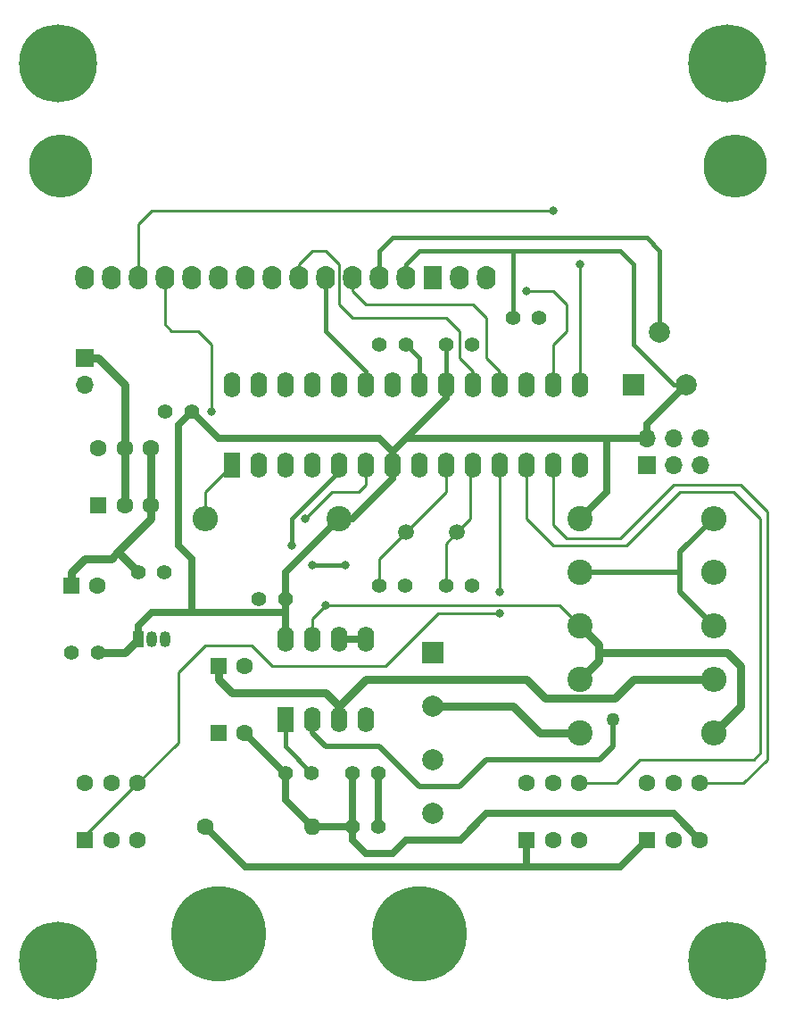
<source format=gtl>
G04 #@! TF.GenerationSoftware,KiCad,Pcbnew,5.1.9+dfsg1-1+deb11u1*
G04 #@! TF.CreationDate,2023-04-03T20:06:42-05:00*
G04 #@! TF.ProjectId,lcbdk,6c636264-6b2e-46b6-9963-61645f706362,rev?*
G04 #@! TF.SameCoordinates,Original*
G04 #@! TF.FileFunction,Copper,L1,Top*
G04 #@! TF.FilePolarity,Positive*
%FSLAX46Y46*%
G04 Gerber Fmt 4.6, Leading zero omitted, Abs format (unit mm)*
G04 Created by KiCad (PCBNEW 5.1.9+dfsg1-1+deb11u1) date 2023-04-03 20:06:42*
%MOMM*%
%LPD*%
G01*
G04 APERTURE LIST*
G04 #@! TA.AperFunction,ComponentPad*
%ADD10R,1.600000X1.600000*%
G04 #@! TD*
G04 #@! TA.AperFunction,ComponentPad*
%ADD11C,1.600000*%
G04 #@! TD*
G04 #@! TA.AperFunction,ComponentPad*
%ADD12C,1.400000*%
G04 #@! TD*
G04 #@! TA.AperFunction,ComponentPad*
%ADD13R,2.000000X2.000000*%
G04 #@! TD*
G04 #@! TA.AperFunction,ComponentPad*
%ADD14C,2.000000*%
G04 #@! TD*
G04 #@! TA.AperFunction,ComponentPad*
%ADD15R,1.778000X2.286000*%
G04 #@! TD*
G04 #@! TA.AperFunction,ComponentPad*
%ADD16O,1.778000X2.286000*%
G04 #@! TD*
G04 #@! TA.AperFunction,ComponentPad*
%ADD17C,6.000000*%
G04 #@! TD*
G04 #@! TA.AperFunction,ComponentPad*
%ADD18C,9.000000*%
G04 #@! TD*
G04 #@! TA.AperFunction,ComponentPad*
%ADD19R,1.700000X1.700000*%
G04 #@! TD*
G04 #@! TA.AperFunction,ComponentPad*
%ADD20O,1.700000X1.700000*%
G04 #@! TD*
G04 #@! TA.AperFunction,ComponentPad*
%ADD21O,1.600000X1.600000*%
G04 #@! TD*
G04 #@! TA.AperFunction,ComponentPad*
%ADD22C,2.400000*%
G04 #@! TD*
G04 #@! TA.AperFunction,ComponentPad*
%ADD23O,2.400000X2.400000*%
G04 #@! TD*
G04 #@! TA.AperFunction,ComponentPad*
%ADD24R,1.600000X2.400000*%
G04 #@! TD*
G04 #@! TA.AperFunction,ComponentPad*
%ADD25O,1.600000X2.400000*%
G04 #@! TD*
G04 #@! TA.AperFunction,ComponentPad*
%ADD26O,1.050000X1.500000*%
G04 #@! TD*
G04 #@! TA.AperFunction,ComponentPad*
%ADD27R,1.050000X1.500000*%
G04 #@! TD*
G04 #@! TA.AperFunction,ComponentPad*
%ADD28C,1.500000*%
G04 #@! TD*
G04 #@! TA.AperFunction,ConnectorPad*
%ADD29C,7.400000*%
G04 #@! TD*
G04 #@! TA.AperFunction,ComponentPad*
%ADD30C,4.100000*%
G04 #@! TD*
G04 #@! TA.AperFunction,ViaPad*
%ADD31C,1.270000*%
G04 #@! TD*
G04 #@! TA.AperFunction,ViaPad*
%ADD32C,0.800000*%
G04 #@! TD*
G04 #@! TA.AperFunction,Conductor*
%ADD33C,0.635000*%
G04 #@! TD*
G04 #@! TA.AperFunction,Conductor*
%ADD34C,0.381000*%
G04 #@! TD*
G04 #@! TA.AperFunction,Conductor*
%ADD35C,0.508000*%
G04 #@! TD*
G04 #@! TA.AperFunction,Conductor*
%ADD36C,0.762000*%
G04 #@! TD*
G04 #@! TA.AperFunction,Conductor*
%ADD37C,0.250000*%
G04 #@! TD*
G04 APERTURE END LIST*
D10*
X167680000Y-113030000D03*
D11*
X170180000Y-113030000D03*
X172680000Y-113030000D03*
X167680000Y-107630000D03*
X170180000Y-107630000D03*
X172680000Y-107630000D03*
D12*
X142280000Y-66040000D03*
X144780000Y-66040000D03*
D13*
X147320000Y-95250000D03*
D14*
X147320000Y-100330000D03*
X147320000Y-105410000D03*
X147320000Y-110490000D03*
D12*
X133350000Y-106680000D03*
X135850000Y-106680000D03*
D10*
X127000000Y-102870000D03*
D11*
X129500000Y-102870000D03*
X129500000Y-96520000D03*
D10*
X127000000Y-96520000D03*
D12*
X130850000Y-90170000D03*
X133350000Y-90170000D03*
X121960000Y-72390000D03*
X124460000Y-72390000D03*
X148590000Y-66040000D03*
X151090000Y-66040000D03*
X154940000Y-63500000D03*
X157440000Y-63500000D03*
X144740000Y-88900000D03*
X142240000Y-88900000D03*
X148590000Y-88900000D03*
X151090000Y-88900000D03*
D10*
X113030000Y-88900000D03*
D11*
X115530000Y-88900000D03*
D12*
X121880000Y-87630000D03*
X119380000Y-87630000D03*
X115570000Y-95250000D03*
X113070000Y-95250000D03*
X142200000Y-111760000D03*
X139700000Y-111760000D03*
X139700000Y-106680000D03*
X142200000Y-106680000D03*
D15*
X147320000Y-59690000D03*
D16*
X144780000Y-59690000D03*
X142240000Y-59690000D03*
X139700000Y-59690000D03*
X137160000Y-59690000D03*
X134620000Y-59690000D03*
X132080000Y-59690000D03*
X129540000Y-59690000D03*
X127000000Y-59690000D03*
X124460000Y-59690000D03*
X121920000Y-59690000D03*
X119380000Y-59690000D03*
X116840000Y-59690000D03*
X114300000Y-59690000D03*
X152400000Y-59690000D03*
X149860000Y-59690000D03*
D17*
X112010000Y-49150000D03*
X176010000Y-49150000D03*
D18*
X146050000Y-121920000D03*
X127000000Y-121920000D03*
D19*
X114300000Y-67310000D03*
D20*
X114300000Y-69850000D03*
D11*
X125730000Y-111760000D03*
D21*
X135890000Y-111760000D03*
D22*
X161290000Y-82550000D03*
D23*
X173990000Y-82550000D03*
X173990000Y-87630000D03*
D22*
X161290000Y-87630000D03*
D23*
X173990000Y-92710000D03*
D22*
X161290000Y-92710000D03*
D23*
X173990000Y-97790000D03*
D22*
X161290000Y-97790000D03*
X161290000Y-102870000D03*
D23*
X173990000Y-102870000D03*
D22*
X138430000Y-82550000D03*
D23*
X125730000Y-82550000D03*
D13*
X166370000Y-69850000D03*
D14*
X168870000Y-64850000D03*
X171370000Y-69850000D03*
D11*
X119340000Y-107630000D03*
X116840000Y-107630000D03*
X114340000Y-107630000D03*
X119340000Y-113030000D03*
X116840000Y-113030000D03*
D10*
X114340000Y-113030000D03*
D11*
X161250000Y-107630000D03*
X158750000Y-107630000D03*
X156250000Y-107630000D03*
X161250000Y-113030000D03*
X158750000Y-113030000D03*
D10*
X156250000Y-113030000D03*
X115610000Y-81280000D03*
D11*
X118110000Y-81280000D03*
X120610000Y-81280000D03*
X115610000Y-75880000D03*
X118110000Y-75880000D03*
X120610000Y-75880000D03*
D24*
X133350000Y-101600000D03*
D25*
X140970000Y-93980000D03*
X135890000Y-101600000D03*
X138430000Y-93980000D03*
X138430000Y-101600000D03*
X135890000Y-93980000D03*
X140970000Y-101600000D03*
X133350000Y-93980000D03*
D24*
X128270000Y-77470000D03*
D25*
X161290000Y-69850000D03*
X130810000Y-77470000D03*
X158750000Y-69850000D03*
X133350000Y-77470000D03*
X156210000Y-69850000D03*
X135890000Y-77470000D03*
X153670000Y-69850000D03*
X138430000Y-77470000D03*
X151130000Y-69850000D03*
X140970000Y-77470000D03*
X148590000Y-69850000D03*
X143510000Y-77470000D03*
X146050000Y-69850000D03*
X146050000Y-77470000D03*
X143510000Y-69850000D03*
X148590000Y-77470000D03*
X140970000Y-69850000D03*
X151130000Y-77470000D03*
X138430000Y-69850000D03*
X153670000Y-77470000D03*
X135890000Y-69850000D03*
X156210000Y-77470000D03*
X133350000Y-69850000D03*
X158750000Y-77470000D03*
X130810000Y-69850000D03*
X161290000Y-77470000D03*
X128270000Y-69850000D03*
D26*
X120650000Y-93980000D03*
X121920000Y-93980000D03*
D27*
X119380000Y-93980000D03*
D28*
X144780000Y-83820000D03*
X149660000Y-83820000D03*
D19*
X167640000Y-77470000D03*
D20*
X167640000Y-74930000D03*
X170180000Y-77470000D03*
X170180000Y-74930000D03*
X172720000Y-77470000D03*
X172720000Y-74930000D03*
D29*
X111760000Y-39370000D03*
D30*
X111760000Y-39370000D03*
X111760000Y-124460000D03*
D29*
X111760000Y-124460000D03*
X175260000Y-39370000D03*
D30*
X175260000Y-39370000D03*
X175260000Y-124460000D03*
D29*
X175260000Y-124460000D03*
D31*
X164465000Y-101600000D03*
D32*
X126365000Y-72390000D03*
X158750000Y-53340000D03*
X161290000Y-58420000D03*
X156210000Y-60960000D03*
X133985000Y-85090000D03*
X135890000Y-86995000D03*
X139065000Y-86995000D03*
X153670000Y-89535000D03*
X153670000Y-91530000D03*
X137160000Y-90805000D03*
X135255000Y-82550000D03*
D33*
X139700000Y-111760000D02*
X139700000Y-106680000D01*
X139700000Y-111760000D02*
X135890000Y-111760000D01*
X135890000Y-111760000D02*
X133350000Y-109220000D01*
X133350000Y-109220000D02*
X133350000Y-106680000D01*
X133310000Y-106680000D02*
X129500000Y-102870000D01*
X133350000Y-106680000D02*
X133310000Y-106680000D01*
X172680000Y-113030000D02*
X170180000Y-110530000D01*
X170180000Y-110530000D02*
X152440000Y-110530000D01*
X152440000Y-110530000D02*
X149940000Y-113030000D01*
X149940000Y-113030000D02*
X144780000Y-113030000D01*
X144780000Y-113030000D02*
X143510000Y-114300000D01*
X143510000Y-114300000D02*
X140970000Y-114300000D01*
X140970000Y-114300000D02*
X139700000Y-113030000D01*
X139700000Y-113030000D02*
X139700000Y-111760000D01*
D34*
X135850000Y-106680000D02*
X133350000Y-104180000D01*
X133350000Y-104180000D02*
X133350000Y-101600000D01*
D35*
X170815000Y-85725000D02*
X173990000Y-82550000D01*
X170815000Y-87630000D02*
X170815000Y-85725000D01*
X170815000Y-89535000D02*
X173990000Y-92710000D01*
X170815000Y-87630000D02*
X170815000Y-89535000D01*
X161290000Y-87630000D02*
X170815000Y-87630000D01*
X135890000Y-101600000D02*
X135890000Y-102870000D01*
X135890000Y-102870000D02*
X137160000Y-104140000D01*
X137160000Y-104140000D02*
X142240000Y-104140000D01*
X142240000Y-104140000D02*
X146050000Y-107950000D01*
X146050000Y-107950000D02*
X149860000Y-107950000D01*
X149860000Y-107950000D02*
X152400000Y-105410000D01*
X152400000Y-105410000D02*
X163195000Y-105410000D01*
X163195000Y-105410000D02*
X164465000Y-104140000D01*
X164465000Y-104140000D02*
X164465000Y-101600000D01*
D36*
X173990000Y-97790000D02*
X166370000Y-97790000D01*
X164588999Y-99571001D02*
X157991001Y-99571001D01*
X166370000Y-97790000D02*
X164588999Y-99571001D01*
X157991001Y-99571001D02*
X156210000Y-97790000D01*
X138430000Y-101600000D02*
X138430000Y-100330000D01*
X138430000Y-100330000D02*
X140970000Y-97790000D01*
X140970000Y-97790000D02*
X156210000Y-97790000D01*
X138430000Y-100330000D02*
X137160000Y-99060000D01*
X137160000Y-99060000D02*
X128270000Y-99060000D01*
X127000000Y-97790000D02*
X127000000Y-96520000D01*
X128270000Y-99060000D02*
X127000000Y-97790000D01*
X115570000Y-95250000D02*
X118110000Y-95250000D01*
X118110000Y-95250000D02*
X119380000Y-93980000D01*
X161290000Y-102870000D02*
X157480000Y-102870000D01*
X154940000Y-100330000D02*
X147320000Y-100330000D01*
X157480000Y-102870000D02*
X154940000Y-100330000D01*
D33*
X119380000Y-93980000D02*
X119380000Y-92710000D01*
X119380000Y-92710000D02*
X120650000Y-91440000D01*
X133350000Y-91440000D02*
X133350000Y-90170000D01*
X133350000Y-93980000D02*
X133350000Y-91440000D01*
X120650000Y-91440000D02*
X124460000Y-91440000D01*
X143510000Y-77470000D02*
X143510000Y-78740000D01*
X139700000Y-82550000D02*
X138430000Y-82550000D01*
X143510000Y-78740000D02*
X139700000Y-82550000D01*
X148590000Y-69850000D02*
X148590000Y-71120000D01*
X143510000Y-76200000D02*
X143510000Y-77470000D01*
X133350000Y-87630000D02*
X133350000Y-90170000D01*
X138430000Y-82550000D02*
X133350000Y-87630000D01*
X163830000Y-80010000D02*
X161290000Y-82550000D01*
X167640000Y-74930000D02*
X163830000Y-74930000D01*
X163830000Y-74930000D02*
X163830000Y-80010000D01*
X144780000Y-74930000D02*
X143510000Y-76200000D01*
X148590000Y-71120000D02*
X144780000Y-74930000D01*
X163830000Y-74930000D02*
X144780000Y-74930000D01*
X167640000Y-73580000D02*
X167640000Y-74930000D01*
X171370000Y-69850000D02*
X167640000Y-73580000D01*
X124460000Y-91440000D02*
X124460000Y-86360000D01*
X124460000Y-91440000D02*
X133350000Y-91440000D01*
X124460000Y-86360000D02*
X123190000Y-85090000D01*
X123190000Y-73660000D02*
X124460000Y-72390000D01*
X123190000Y-85090000D02*
X123190000Y-73660000D01*
X124460000Y-72390000D02*
X127000000Y-74930000D01*
X127000000Y-74930000D02*
X142240000Y-74930000D01*
X142240000Y-74930000D02*
X143510000Y-76200000D01*
D34*
X166370000Y-66040000D02*
X170180000Y-69850000D01*
X166370000Y-58420000D02*
X166370000Y-66040000D01*
X165100000Y-57150000D02*
X166370000Y-58420000D01*
X170180000Y-69850000D02*
X171370000Y-69850000D01*
X144780000Y-58420000D02*
X146050000Y-57150000D01*
X144780000Y-59690000D02*
X144780000Y-58420000D01*
X154940000Y-63500000D02*
X154940000Y-57150000D01*
X154940000Y-57150000D02*
X156210000Y-57150000D01*
X156210000Y-57150000D02*
X165100000Y-57150000D01*
X146050000Y-57150000D02*
X156210000Y-57150000D01*
X148590000Y-69850000D02*
X148590000Y-66040000D01*
D37*
X144780000Y-83820000D02*
X148590000Y-80010000D01*
X148590000Y-80010000D02*
X148590000Y-77470000D01*
X142240000Y-86360000D02*
X144780000Y-83820000D01*
X142240000Y-88900000D02*
X142240000Y-86360000D01*
X149660000Y-83820000D02*
X150930000Y-82550000D01*
X150930000Y-77670000D02*
X151130000Y-77470000D01*
X150930000Y-82550000D02*
X150930000Y-77670000D01*
X148590000Y-84890000D02*
X149660000Y-83820000D01*
X148590000Y-88900000D02*
X148590000Y-84890000D01*
D36*
X120610000Y-75880000D02*
X120610000Y-81280000D01*
X120610000Y-81280000D02*
X120610000Y-82590000D01*
X116840000Y-86360000D02*
X114300000Y-86360000D01*
X113030000Y-87630000D02*
X113030000Y-88900000D01*
X114300000Y-86360000D02*
X113030000Y-87630000D01*
X119380000Y-87630000D02*
X117475000Y-85725000D01*
X117475000Y-85725000D02*
X116840000Y-86360000D01*
X120610000Y-82590000D02*
X117475000Y-85725000D01*
D34*
X146050000Y-67310000D02*
X144780000Y-66040000D01*
X146050000Y-69850000D02*
X146050000Y-67310000D01*
D33*
X142200000Y-111760000D02*
X142200000Y-106680000D01*
D34*
X142240000Y-59690000D02*
X142240000Y-57150000D01*
X142240000Y-57150000D02*
X143510000Y-55880000D01*
X143510000Y-55880000D02*
X167640000Y-55880000D01*
X168870000Y-57110000D02*
X168870000Y-64850000D01*
X167640000Y-55880000D02*
X168870000Y-57110000D01*
D37*
X153670000Y-69850000D02*
X153670000Y-68580000D01*
X153670000Y-68580000D02*
X152400000Y-67310000D01*
X152400000Y-67310000D02*
X152400000Y-63500000D01*
X152400000Y-63500000D02*
X151130000Y-62230000D01*
X151130000Y-62230000D02*
X140970000Y-62230000D01*
X139700000Y-60960000D02*
X139700000Y-59690000D01*
X140970000Y-62230000D02*
X139700000Y-60960000D01*
X137160000Y-62230000D02*
X137160000Y-59690000D01*
D34*
X140970000Y-68580000D02*
X140970000Y-69850000D01*
X137160000Y-64770000D02*
X140970000Y-68580000D01*
X137160000Y-59690000D02*
X137160000Y-64770000D01*
D37*
X134620000Y-58420000D02*
X134620000Y-59690000D01*
X135890000Y-57150000D02*
X134620000Y-58420000D01*
X151130000Y-68580000D02*
X149860000Y-67310000D01*
X151130000Y-69850000D02*
X151130000Y-68580000D01*
X137160000Y-57150000D02*
X138430000Y-58420000D01*
X137160000Y-57150000D02*
X135890000Y-57150000D01*
X139700000Y-63500000D02*
X138430000Y-62230000D01*
X138430000Y-62230000D02*
X138430000Y-58420000D01*
X149860000Y-64770000D02*
X148590000Y-63500000D01*
X148590000Y-63500000D02*
X139700000Y-63500000D01*
X149860000Y-67310000D02*
X149860000Y-64770000D01*
X121920000Y-64135000D02*
X121920000Y-59690000D01*
X122555000Y-64770000D02*
X121920000Y-64135000D01*
X125095000Y-64770000D02*
X122555000Y-64770000D01*
X126365000Y-66040000D02*
X125095000Y-64770000D01*
X126365000Y-72390000D02*
X126365000Y-66040000D01*
X161290000Y-69850000D02*
X161290000Y-58420000D01*
X119380000Y-54610000D02*
X119380000Y-59690000D01*
X120650000Y-53340000D02*
X119380000Y-54610000D01*
X158750000Y-53340000D02*
X120650000Y-53340000D01*
X158750000Y-69850000D02*
X158750000Y-66040000D01*
X158750000Y-66040000D02*
X160020000Y-64770000D01*
X160020000Y-64770000D02*
X160020000Y-62230000D01*
X160020000Y-62230000D02*
X158750000Y-60960000D01*
X158750000Y-60960000D02*
X156210000Y-60960000D01*
D36*
X114300000Y-67310000D02*
X115570000Y-67310000D01*
X118110000Y-69850000D02*
X118110000Y-75880000D01*
X115570000Y-67310000D02*
X118110000Y-69850000D01*
X118110000Y-75880000D02*
X118110000Y-81280000D01*
D33*
X165140000Y-115570000D02*
X167680000Y-113030000D01*
X125730000Y-111760000D02*
X129540000Y-115570000D01*
X156250000Y-115530000D02*
X156210000Y-115570000D01*
X156250000Y-113030000D02*
X156250000Y-115530000D01*
X156210000Y-115570000D02*
X165140000Y-115570000D01*
X129540000Y-115570000D02*
X156210000Y-115570000D01*
D34*
X138430000Y-77470000D02*
X138430000Y-78105000D01*
X138430000Y-78105000D02*
X133985000Y-82550000D01*
X133985000Y-82550000D02*
X133985000Y-85090000D01*
X135890000Y-86995000D02*
X139065000Y-86995000D01*
D37*
X153670000Y-77470000D02*
X153670000Y-89535000D01*
X123190000Y-103780000D02*
X119340000Y-107630000D01*
X123190000Y-97155000D02*
X123190000Y-103780000D01*
X142875000Y-96520000D02*
X132080000Y-96520000D01*
X147865000Y-91530000D02*
X142875000Y-96520000D01*
X153670000Y-91530000D02*
X147865000Y-91530000D01*
X114340000Y-112630000D02*
X114340000Y-113030000D01*
X119340000Y-107630000D02*
X114340000Y-112630000D01*
X125730000Y-94615000D02*
X130175000Y-94615000D01*
X132080000Y-96520000D02*
X130175000Y-94615000D01*
X125730000Y-94615000D02*
X123190000Y-97155000D01*
X177800000Y-105410000D02*
X178435000Y-104775000D01*
X178435000Y-104775000D02*
X178435000Y-82550000D01*
X178435000Y-82550000D02*
X175895000Y-80010000D01*
X175895000Y-80010000D02*
X170815000Y-80010000D01*
X170815000Y-80010000D02*
X165735000Y-85090000D01*
X165735000Y-85090000D02*
X158750000Y-85090000D01*
X156210000Y-82550000D02*
X156210000Y-77470000D01*
X158750000Y-85090000D02*
X156210000Y-82550000D01*
X161250000Y-107630000D02*
X164785000Y-107630000D01*
X164785000Y-107630000D02*
X167005000Y-105410000D01*
X167005000Y-105410000D02*
X177800000Y-105410000D01*
X158750000Y-77470000D02*
X158750000Y-83185000D01*
X158750000Y-83185000D02*
X160020000Y-84455000D01*
X160020000Y-84455000D02*
X165100000Y-84455000D01*
X165100000Y-84455000D02*
X170180000Y-79375000D01*
X170180000Y-79375000D02*
X176530000Y-79375000D01*
X176530000Y-79375000D02*
X179070000Y-81915000D01*
X179070000Y-81915000D02*
X179070000Y-105410000D01*
X176850000Y-107630000D02*
X172680000Y-107630000D01*
X179070000Y-105410000D02*
X176850000Y-107630000D01*
D33*
X138430000Y-93980000D02*
X140970000Y-93980000D01*
D37*
X125730000Y-80010000D02*
X128270000Y-77470000D01*
X125730000Y-82550000D02*
X125730000Y-80010000D01*
D36*
X173990000Y-102870000D02*
X176530000Y-100330000D01*
X176530000Y-100330000D02*
X176530000Y-96520000D01*
X163071001Y-96008999D02*
X161290000Y-97790000D01*
X163071001Y-94491001D02*
X163071001Y-96008999D01*
X161290000Y-92710000D02*
X163071001Y-94491001D01*
X176530000Y-96520000D02*
X175260000Y-95250000D01*
X175260000Y-95250000D02*
X163071001Y-95250000D01*
D37*
X135890000Y-92075000D02*
X135890000Y-93980000D01*
X159385000Y-90805000D02*
X137160000Y-90805000D01*
X161290000Y-92710000D02*
X159385000Y-90805000D01*
X137160000Y-90805000D02*
X135890000Y-92075000D01*
X140970000Y-79375000D02*
X140970000Y-77470000D01*
X140335000Y-80010000D02*
X140970000Y-79375000D01*
X137795000Y-80010000D02*
X140335000Y-80010000D01*
X135255000Y-82550000D02*
X137795000Y-80010000D01*
M02*

</source>
